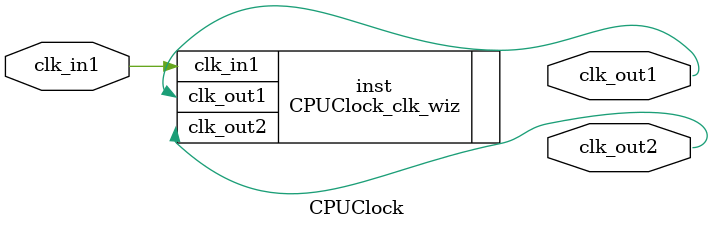
<source format=v>


`timescale 1ps/1ps

(* CORE_GENERATION_INFO = "CPUClock,clk_wiz_v5_4_3_0,{component_name=CPUClock,use_phase_alignment=true,use_min_o_jitter=false,use_max_i_jitter=false,use_dyn_phase_shift=false,use_inclk_switchover=false,use_dyn_reconfig=false,enable_axi=0,feedback_source=FDBK_AUTO,PRIMITIVE=PLL,num_out_clk=2,clkin1_period=10.000,clkin2_period=10.000,use_power_down=false,use_reset=false,use_locked=false,use_inclk_stopped=false,feedback_type=SINGLE,CLOCK_MGR_TYPE=NA,manual_override=false}" *)

module CPUClock 
 (
  // Clock out ports
  output        clk_out1,
  output        clk_out2,
 // Clock in ports
  input         clk_in1
 );

  CPUClock_clk_wiz inst
  (
  // Clock out ports  
  .clk_out1(clk_out1),
  .clk_out2(clk_out2),
 // Clock in ports
  .clk_in1(clk_in1)
  );

endmodule

</source>
